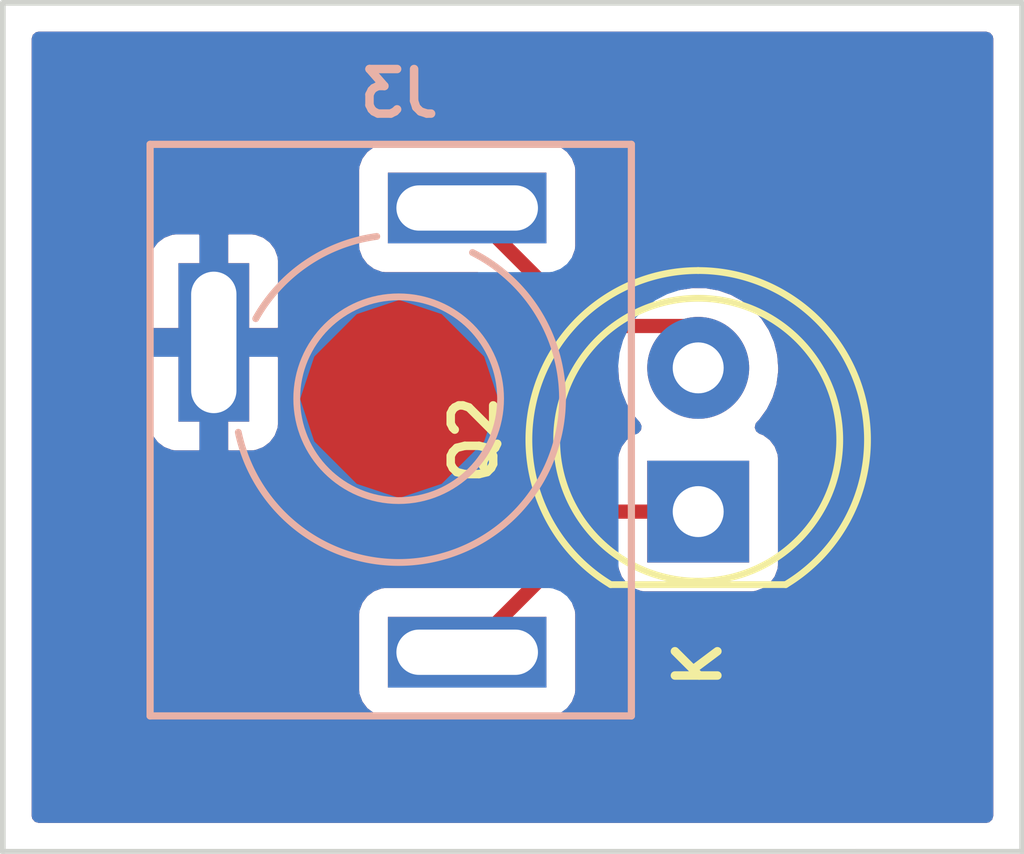
<source format=kicad_pcb>
(kicad_pcb (version 20211014) (generator pcbnew)
  (layers (0 "F.Cu" signal) (31 "B.Cu" signal) (34 "B.Paste" user) (35 "F.Paste" user) (36 "B.SilkS" user "B.Silkscreen") (37 "F.SilkS" user "F.Silkscreen") (38 "B.Mask" user) (39 "F.Mask" user) (44 "Edge.Cuts" user))
  (net 0 "")
  (net 1 "Board_0-GND2")
  (net 2 "Board_0-Net-(J3-PadR)")
  (net 3 "Board_0-Net-(J3-PadT)")
  (footprint "ao_tht:LED_D5.0mm" (layer "F.Cu") (at 153.279999 101.489999 90)
    (fp_text reference "Q2" (at 1.27 -3.96 90 unlocked) (layer "F.SilkS") (effects (font (size 0.75 0.75))))
    (fp_text value "TOPS-050")
    (fp_text user "K" (at -2.7 0 90 unlocked) (layer "F.SilkS") (effects (font (size 0.75 0.75))))
    (fp_line (start -1.29 -1.545) (end -1.29 1.545) (layer "F.SilkS") (width 0.12))
    (fp_arc (start -1.29 -1.54483) (mid 2.072002 -2.880433) (end 4.26 0.000462) (layer "F.SilkS") (width 0.12))
    (fp_arc (start 4.26 -0.000462) (mid 2.072002 2.880433) (end -1.29 1.54483) (layer "F.SilkS") (width 0.12))
    (fp_circle (center 1.27 0) (end 3.77 0) (layer "F.SilkS") (width 0.12) (fill none))
    (pad "1" thru_hole rect locked (at 0 0 90) (size 1.8 1.8) (drill 0.9) (layers *.Cu *.Mask) (net 3 "Board_0-Net-(J3-PadT)"))
    (pad "2" thru_hole circle locked (at 2.54 0 90) (size 1.8 1.8) (drill 0.9) (layers *.Cu *.Mask) (net 2 "Board_0-Net-(J3-PadR)"))
  )
  (footprint "ao_tht:Jack_3.5mm_PJ-301CM" (layer "B.Cu") (at 147.999999 99.499999 180)
    (fp_text reference "J3" (at 0 5.4 unlocked) (layer "B.SilkS") (effects (font (size 0.787402 0.787402)) (justify mirror)))
    (fp_text value "AudioJack3")
    (fp_line (start 4.4 -5.6) (end 4.4 4.5) (layer "B.SilkS") (width 0.127))
    (fp_line (start 4.4 4.5) (end -4.1 4.5) (layer "B.SilkS") (width 0.127))
    (fp_line (start -4.1 -5.6) (end 4.4 -5.6) (layer "B.SilkS") (width 0.127))
    (fp_line (start -4.1 4.5) (end -4.1 -5.6) (layer "B.SilkS") (width 0.127))
    (fp_arc (start 2.534506 1.419332) (mid 1.636734 2.398157) (end 0.396248 2.8728) (layer "B.SilkS") (width 0.12))
    (fp_arc (start -1.294044 2.588202) (mid -1.752336 -2.290133) (end 2.842298 -0.58792) (layer "B.SilkS") (width 0.12))
    (fp_circle (center 0.01 0.005) (end 1.81 0.005) (layer "B.SilkS") (width 0.12) (fill none))
    (pad "R" thru_hole rect (at -1.2 3.375 180) (size 2.8 1.25) (drill oval 2.5 0.8) (layers *.Cu *.Mask) (net 2 "Board_0-Net-(J3-PadR)"))
    (pad "S" thru_hole rect (at 3.275 1 90) (size 2.8 1.25) (drill oval 2.5 0.8) (layers *.Cu *.Mask) (net 1 "Board_0-GND2"))
    (pad "T" thru_hole rect (at -1.2 -4.475) (size 2.8 1.25) (drill oval 2.5 0.8) (layers *.Cu *.Mask) (net 3 "Board_0-Net-(J3-PadT)"))
  )
  (gr_line (start 159.000634 92.499226) (end 159.001 107.5) (layer "Edge.Cuts") (width 0.1))
  (gr_line (start 140.999226 92.499365) (end 159.000634 92.499226) (layer "Edge.Cuts") (width 0.1))
  (gr_line (start 159.001 107.5) (end 140.999365 107.500773) (layer "Edge.Cuts") (width 0.1))
  (gr_line (start 140.999365 107.500773) (end 140.999226 92.499365) (layer "Edge.Cuts") (width 0.1))
  (segment (start 151.284999 98.209999) (end 149.199999 96.124999) (width 0.25) (layer "F.Cu") (net 2))
  (segment (start 152.999999 98.209999) (end 151.284999 98.209999) (width 0.25) (layer "F.Cu") (net 2))
  (segment (start 151.684999 101.489999) (end 149.199999 103.974999) (width 0.25) (layer "F.Cu") (net 3))
  (segment (start 153.279999 101.489999) (end 151.684999 101.489999) (width 0.25) (layer "F.Cu") (net 3))
  (zone (net 1) (net_name "Board_0-GND2") (layers F&B.Cu) (connect_pads (clearance 0.508)) (min_thickness 0.254) (fill yes (thermal_gap 0.508) (thermal_bridge_width 0.508))
    (polygon (pts (xy 140.999999 107.499999) (xy 158.999999 107.499999) (xy 158.999999 92.499999) (xy 140.999999 92.499999)))
  )
  (zone (net 0) (net_name "") (layer "B.Cu") (connect_pads (clearance 0)) (min_thickness 0.254)
    (keepout (tracks not_allowed) (vias not_allowed) (pads not_allowed) (copperpour not_allowed) (footprints allowed))
    (fill (thermal_gap 0.508) (thermal_bridge_width 0.508))
    (polygon (pts (xy 146.499999 98.749999) (xy 146.249999 99.499999) (xy 146.499999 100.249999) (xy 147.249999 100.999999) (xy 147.999999 101.249999) (xy 148.749999 100.999999) (xy 149.499999 100.249999) (xy 149.749999 99.499999) (xy 149.499999 98.749999) (xy 148.749999 97.999999) (xy 147.999999 97.749999) (xy 147.249999 97.999999)))
  )
)
</source>
